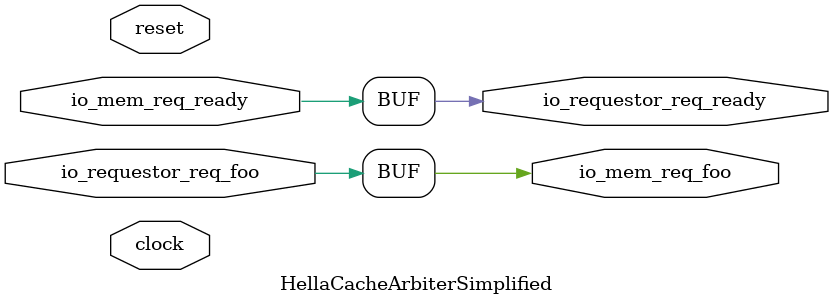
<source format=v>
module HellaCacheArbiterSimplified(
  input   clock,
  input   reset,
  output  io_requestor_req_ready,
  input   io_requestor_req_foo,
  input   io_mem_req_ready,
  output  io_mem_req_foo
);
  assign io_requestor_req_ready = io_mem_req_ready; // @[HellaCacheArbiter.scala 17:12]
  assign io_mem_req_foo = io_requestor_req_foo; // @[HellaCacheArbiter.scala 17:12]
endmodule

</source>
